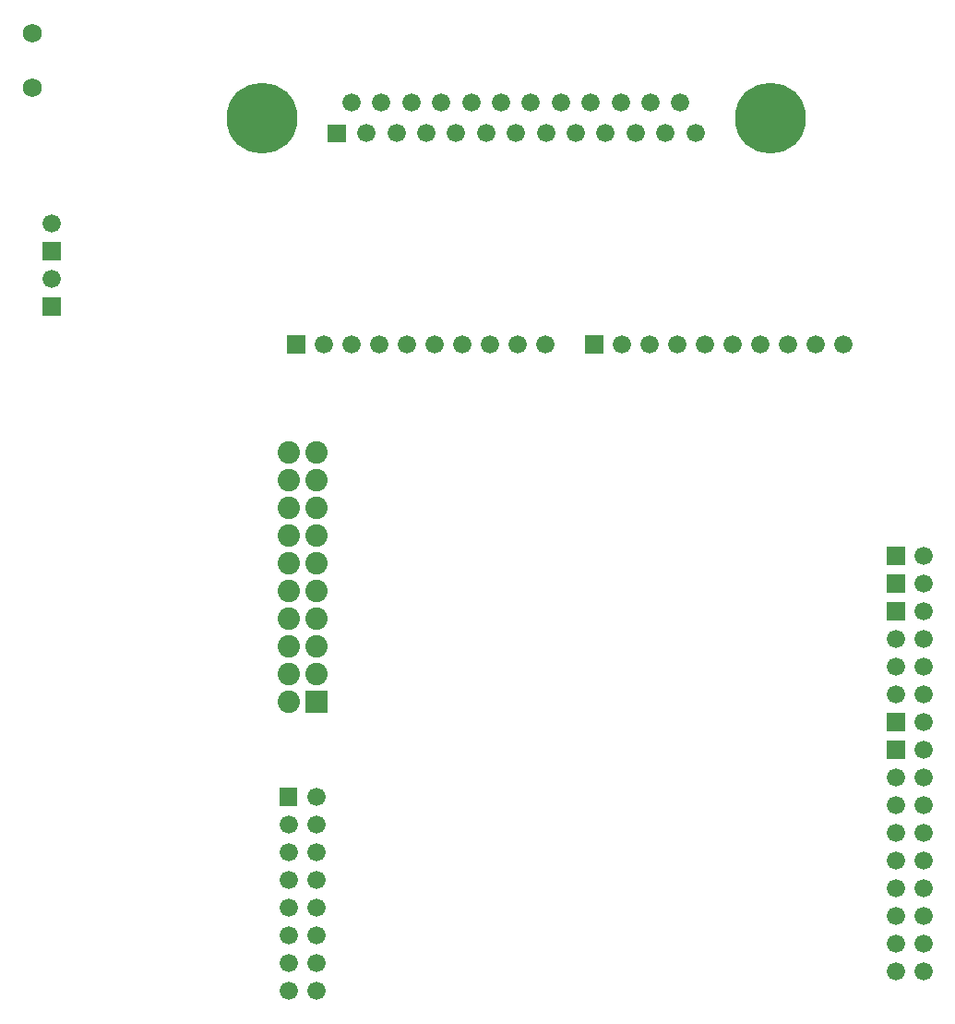
<source format=gbs>
G04 start of page 12 for group -4062 idx -4062 *
G04 Title: (unknown), soldermask *
G04 Creator: pcb 20140316 *
G04 CreationDate: Sun 31 Aug 2014 13:13:00 GMT UTC *
G04 For: michael *
G04 Format: Gerber/RS-274X *
G04 PCB-Dimensions (mil): 3930.00 3937.00 *
G04 PCB-Coordinate-Origin: lower left *
%MOIN*%
%FSLAX25Y25*%
%LNBOTTOMMASK*%
%ADD178C,0.2560*%
%ADD177C,0.0690*%
%ADD176C,0.0808*%
%ADD175C,0.0001*%
%ADD174C,0.0660*%
G54D174*X130500Y91700D03*
X140500D03*
X130500Y81700D03*
X140500D03*
G54D175*G36*
X127200Y115000D02*Y108400D01*
X133800D01*
Y115000D01*
X127200D01*
G37*
G54D174*X140500Y111700D03*
X130500Y101700D03*
X140500D03*
X130500Y71700D03*
X140500D03*
X130500Y61700D03*
Y51700D03*
Y41700D03*
X140500Y61700D03*
Y51700D03*
Y41700D03*
G54D175*G36*
X136560Y149940D02*Y141860D01*
X144640D01*
Y149940D01*
X136560D01*
G37*
G54D176*X130600Y145900D03*
X140600Y155900D03*
X130561Y155939D03*
X140600Y165900D03*
X130600D03*
X140600Y175900D03*
Y185900D03*
Y195900D03*
X130600Y175900D03*
Y185900D03*
Y195900D03*
Y205900D03*
Y215900D03*
Y225900D03*
X140600Y205900D03*
Y215900D03*
Y225900D03*
Y235900D03*
X130600D03*
G54D175*G36*
X346700Y182000D02*Y175400D01*
X353300D01*
Y182000D01*
X346700D01*
G37*
G54D174*X360000Y178700D03*
X350000Y168700D03*
X360000D03*
G54D175*G36*
X346700Y192000D02*Y185400D01*
X353300D01*
Y192000D01*
X346700D01*
G37*
G54D174*X360000Y188700D03*
X350000Y158700D03*
X360000D03*
G54D175*G36*
X346700Y202000D02*Y195400D01*
X353300D01*
Y202000D01*
X346700D01*
G37*
G54D174*X360000Y198700D03*
X213400Y275000D03*
X223400D03*
G54D175*G36*
X237800Y278300D02*Y271700D01*
X244400D01*
Y278300D01*
X237800D01*
G37*
G54D174*X251100Y275000D03*
X261100D03*
X271100D03*
X281100D03*
X291100D03*
X301100D03*
X311100D03*
X321100D03*
X331100D03*
X350000Y148700D03*
G54D175*G36*
X346700Y132000D02*Y125400D01*
X353300D01*
Y132000D01*
X346700D01*
G37*
G54D174*X350000Y118700D03*
G54D175*G36*
X346700Y142000D02*Y135400D01*
X353300D01*
Y142000D01*
X346700D01*
G37*
G54D174*X360000Y148700D03*
Y128700D03*
Y118700D03*
Y138700D03*
X350000Y108700D03*
Y98700D03*
Y88700D03*
Y78700D03*
X360000D03*
X350000Y68700D03*
Y58700D03*
Y48700D03*
X360000Y68700D03*
Y58700D03*
Y48700D03*
Y108700D03*
Y98700D03*
Y88700D03*
G54D175*G36*
X41700Y312000D02*Y305400D01*
X48300D01*
Y312000D01*
X41700D01*
G37*
G54D174*X45000Y318700D03*
G54D175*G36*
X41700Y292000D02*Y285400D01*
X48300D01*
Y292000D01*
X41700D01*
G37*
G54D174*X45000Y298700D03*
G54D177*X38000Y367515D03*
Y387200D03*
G54D175*G36*
X130100Y278300D02*Y271700D01*
X136700D01*
Y278300D01*
X130100D01*
G37*
G54D174*X143400Y275000D03*
X153400D03*
X163400D03*
X173400D03*
X183400D03*
X193400D03*
X203400D03*
G54D175*G36*
X144600Y354400D02*Y347800D01*
X151200D01*
Y354400D01*
X144600D01*
G37*
G54D174*X153300Y362300D03*
X164100D03*
G54D178*X120900Y356700D03*
G54D174*X158700Y351100D03*
X169500D03*
X180300D03*
X174900Y362300D03*
X185700D03*
X196500D03*
X207300D03*
X218100D03*
X228900D03*
X239700D03*
X250500D03*
X261300D03*
X272100D03*
G54D178*X304500Y356700D03*
G54D174*X191100Y351100D03*
X201900D03*
X212700D03*
X223500D03*
X234300D03*
X245100D03*
X255900D03*
X266700D03*
X277500D03*
M02*

</source>
